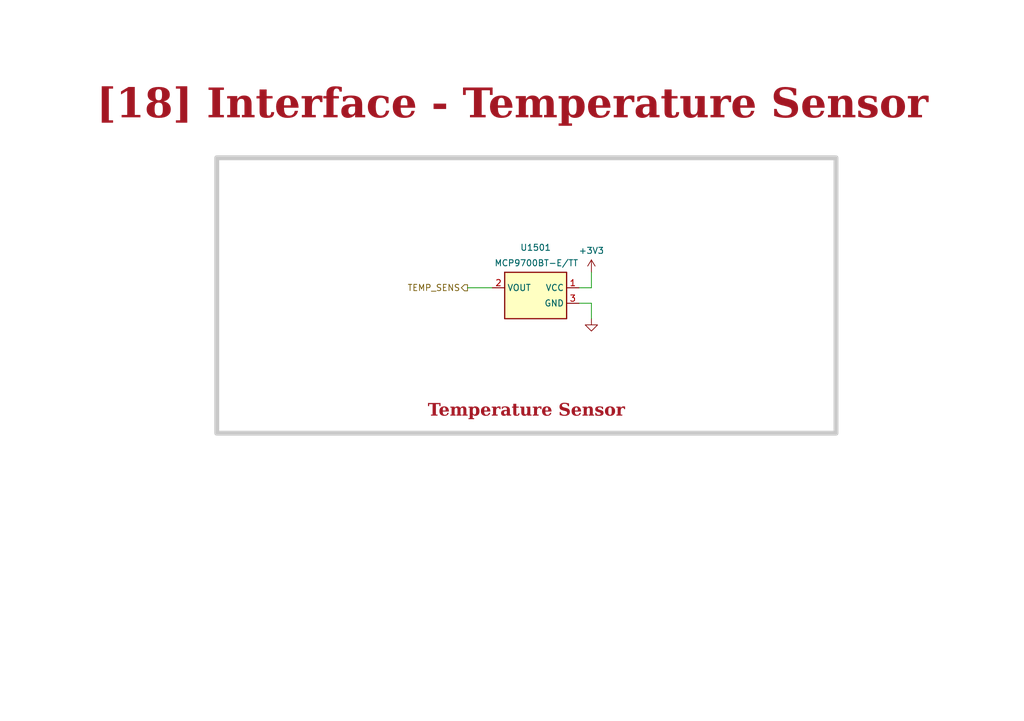
<source format=kicad_sch>
(kicad_sch (version 20230121) (generator eeschema)
  (paper "A5")
  (lib_symbols
    (symbol "53048-0450:MCP9700BT-E/TT"
      (property "Reference" "U1501" (at 0 12.7 0))
      (property "Value" "MCP9700BT-E/TT " (at 0 0 0))
      (symbol "MCP9700BT-E/TT_1_1"
        (rectangle (start -5.08 12.065) (end 7.62 2.54) (stroke (width 0.254)) (fill (type background)))
        (pin input line (at 10.16 8.89 180) (length 2.54) (name "VCC") (number "1"))
        (pin input line (at -7.62 8.89 0) (length 2.54) (name "VOUT") (number "2"))
        (pin input line (at 10.16 5.715 180) (length 2.54) (name "GND") (number "3"))
      )
    )
    (symbol "power:+3V3" (power) (pin_names (offset 0))
      (property "Value" "+3V3" (at 0 3.556 0))
      (symbol "+3V3_0_1"
        (polyline (pts (xy -0.762 1.27) (xy 0 2.54)))
        (polyline (pts (xy 0 0) (xy 0 2.54)))
        (polyline (pts (xy 0 2.54) (xy 0.762 1.27)))
      )
      (symbol "+3V3_1_1"
        (pin power_in line (at 0 0 90) (length 0) hide (name "+3V3") (number "1"))
      )
    )
    (symbol "power:GND" (power) (pin_names (offset 0))
      (property "Value" "GND" (at 0 -3.81 0))
      (symbol "GND_0_1"
        (polyline (pts (xy 0 0) (xy 0 -1.27) (xy 1.27 -1.27) (xy 0 -2.54) (xy -1.27 -1.27) (xy 0 -1.27)))
      )
      (symbol "GND_1_1"
        (pin power_in line (at 0 0 270) (length 0) hide (name "GND") (number "1"))
      )
    )
  )
  (wire (pts (xy 121.285 62.23) (xy 121.285 65.405)))
  (wire (pts (xy 118.745 62.23) (xy 121.285 62.23)))
  (wire (pts (xy 95.885 59.055) (xy 100.965 59.055)))
  (wire (pts (xy 118.745 59.055) (xy 121.285 59.055)))
  (wire (pts (xy 121.285 59.055) (xy 121.285 55.88)))
  (rectangle (start 44.45 32.385) (end 171.45 88.9) (stroke (width 1) (color 200 200 200 1)))
  (text_box "[18] Interface - Temperature Sensor\n\n" (at 12.065 15.24 0) (size 186.055 12.7) (stroke (width -0.0001)) (effects (font (size 6 6) (thickness 1.2) bold)))
  (text_box "Temperature Sensor\n" (at 44.45 78.105 0) (size 127 9.525) (stroke (width -0.0001)) (effects (font (size 2.54 2.54) (thickness 0.508) bold) (justify bottom)))
  (hierarchical_label "TEMP_SENS" (shape output) (at 95.885 59.055 180))
  (symbol (lib_id "53048-0450:MCP9700BT-E/TT") (at 108.585 67.945 0) (unit 1)
    (property "Reference" "U1501" (at 109.855 50.8 0))
    (property "Value" "MCP9700BT-E/TT " (at 110.49 53.975 0))
    (property "Footprint" "0_package_SOT_TO_SMD:SOT-23-3" (effects hide))
  )
  (symbol (lib_id "power:GND") (at 121.285 65.405 0) (unit 1)
    (property "Reference" "#PWR01502" (effects hide))
    (property "Value" "GND" (effects hide))
  )
  (symbol (lib_id "power:+3V3") (at 121.285 55.88 0) (unit 1)
    (property "Reference" "#PWR01503" (effects hide))
    (property "Value" "+3V3" (at 121.285 51.435 0))
  )
)
</source>
